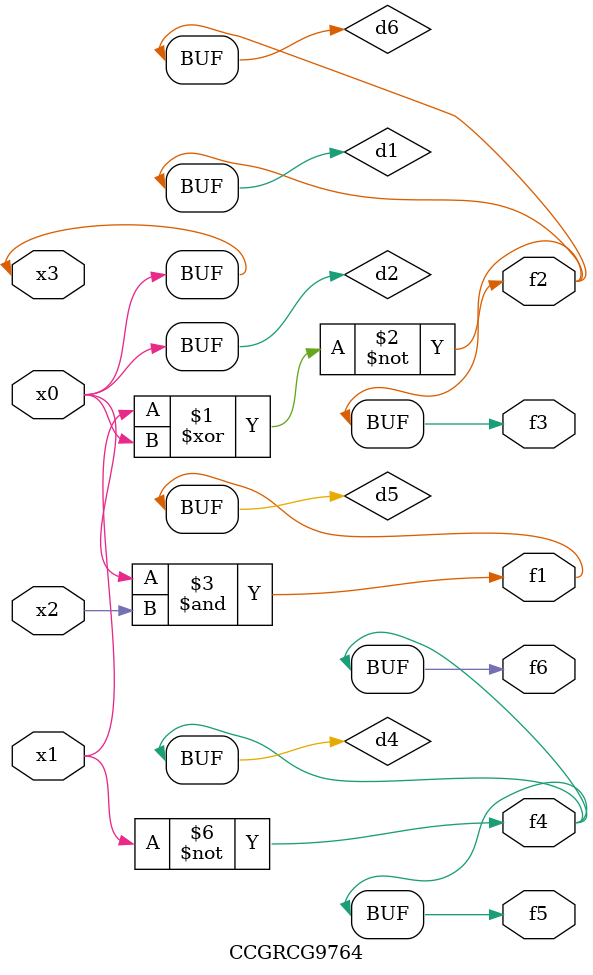
<source format=v>
module CCGRCG9764(
	input x0, x1, x2, x3,
	output f1, f2, f3, f4, f5, f6
);

	wire d1, d2, d3, d4, d5, d6;

	xnor (d1, x1, x3);
	buf (d2, x0, x3);
	nand (d3, x0, x2);
	not (d4, x1);
	nand (d5, d3);
	or (d6, d1);
	assign f1 = d5;
	assign f2 = d6;
	assign f3 = d6;
	assign f4 = d4;
	assign f5 = d4;
	assign f6 = d4;
endmodule

</source>
